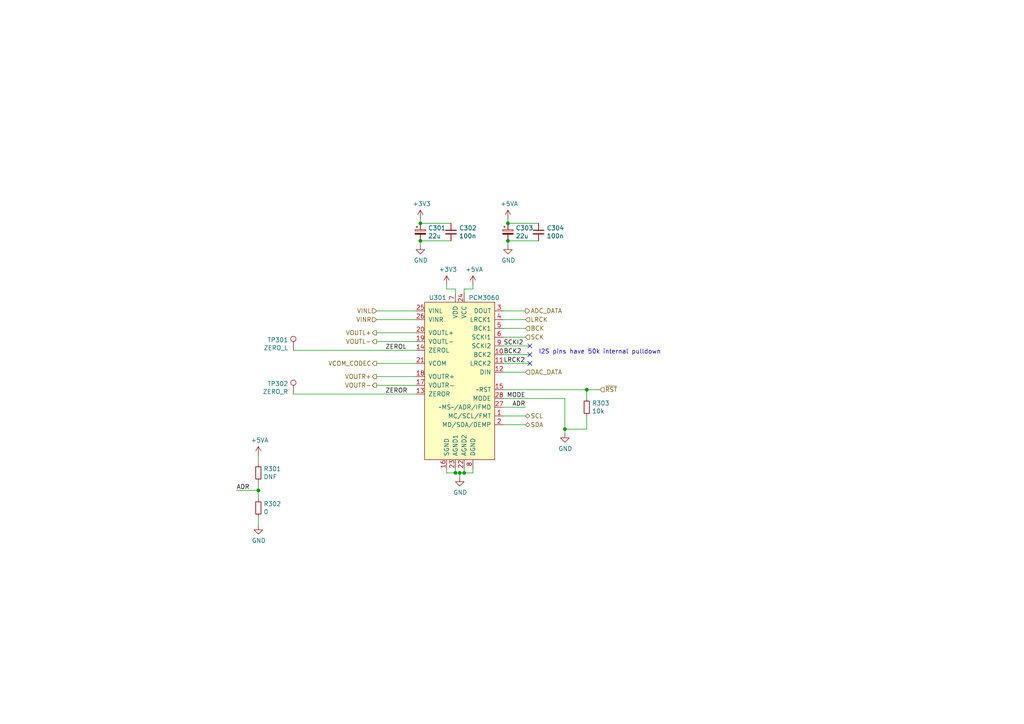
<source format=kicad_sch>
(kicad_sch (version 20210621) (generator eeschema)
  (paper "A4")
  (lib_symbols
    (symbol "Connector:TestPoint" (pin_numbers hide) (pin_names (offset 0.762) hide)
      (property "Reference" "TP" (at 0 6.858 0))
      (property "Value" "TestPoint" (at 0 5.08 0))
      (symbol "TestPoint_0_1"
        (circle (center 0 3.302) (radius 0.762))
      )
      (symbol "TestPoint_1_1"
        (pin passive line (at 0 0 90) (length 2.54) (name "1") (number "1"))
      )
    )
    (symbol "Device:CP_Small" (pin_numbers hide) (pin_names (offset 0.254) hide)
      (property "Reference" "C" (at 0.254 1.778 0))
      (property "Value" "CP_Small" (at 0.254 -2.032 0))
      (symbol "CP_Small_0_1"
        (rectangle (start -1.524 0.6858) (end 1.524 0.3048))
        (rectangle (start -1.524 -0.3048) (end 1.524 -0.6858) (fill (type outline)))
        (polyline (pts (xy -1.27 1.524) (xy -0.762 1.524)))
        (polyline (pts (xy -1.016 1.27) (xy -1.016 1.778)))
      )
      (symbol "CP_Small_1_1"
        (pin passive line (at 0 2.54 270) (length 1.8542) (name "~") (number "1"))
        (pin passive line (at 0 -2.54 90) (length 1.8542) (name "~") (number "2"))
      )
    )
    (symbol "Device:C_Small" (pin_numbers hide) (pin_names (offset 0.254) hide)
      (property "Reference" "C" (at 0.254 1.778 0))
      (property "Value" "C_Small" (at 0.254 -2.032 0))
      (symbol "C_Small_0_1"
        (polyline (pts (xy -1.524 -0.508) (xy 1.524 -0.508)) (stroke (width 0.3302)))
        (polyline (pts (xy -1.524 0.508) (xy 1.524 0.508)) (stroke (width 0.3048)))
      )
      (symbol "C_Small_1_1"
        (pin passive line (at 0 2.54 270) (length 2.032) (name "~") (number "1"))
        (pin passive line (at 0 -2.54 90) (length 2.032) (name "~") (number "2"))
      )
    )
    (symbol "Device:R_Small" (pin_numbers hide) (pin_names (offset 0.254) hide)
      (property "Reference" "R" (at 0.762 0.508 0))
      (property "Value" "R_Small" (at 0.762 -1.016 0))
      (symbol "R_Small_0_1"
        (rectangle (start -0.762 1.778) (end 0.762 -1.778) (stroke (width 0.2032)))
      )
      (symbol "R_Small_1_1"
        (pin passive line (at 0 2.54 270) (length 0.762) (name "~") (number "1"))
        (pin passive line (at 0 -2.54 90) (length 0.762) (name "~") (number "2"))
      )
    )
    (symbol "power:+3V3" (power) (pin_names (offset 0))
      (property "Value" "+3V3" (at 0 3.556 0))
      (symbol "+3V3_0_1"
        (polyline (pts (xy -0.762 1.27) (xy 0 2.54)))
        (polyline (pts (xy 0 0) (xy 0 2.54)))
        (polyline (pts (xy 0 2.54) (xy 0.762 1.27)))
      )
      (symbol "+3V3_1_1"
        (pin power_in line (at 0 0 90) (length 0) hide (name "+3V3") (number "1"))
      )
    )
    (symbol "power:+5VA" (power) (pin_names (offset 0))
      (property "Value" "+5VA" (at 0 3.556 0))
      (symbol "+5VA_0_1"
        (polyline (pts (xy -0.762 1.27) (xy 0 2.54)))
        (polyline (pts (xy 0 0) (xy 0 2.54)))
        (polyline (pts (xy 0 2.54) (xy 0.762 1.27)))
      )
      (symbol "+5VA_1_1"
        (pin power_in line (at 0 0 90) (length 0) hide (name "+5VA") (number "1"))
      )
    )
    (symbol "power:GND" (power) (pin_names (offset 0))
      (property "Value" "GND" (at 0 -3.81 0))
      (symbol "GND_0_1"
        (polyline (pts (xy 0 0) (xy 0 -1.27) (xy 1.27 -1.27) (xy 0 -2.54) (xy -1.27 -1.27) (xy 0 -1.27)))
      )
      (symbol "GND_1_1"
        (pin power_in line (at 0 0 270) (length 0) hide (name "GND") (number "1"))
      )
    )
    (symbol "symbols:PCM3060" (pin_names (offset 1.016))
      (property "Reference" "U" (at -10.16 36.83 0))
      (property "Value" "PCM3060" (at 2.54 36.83 0))
      (symbol "PCM3060_0_0"
        (pin input line (at 12.7 2.54 180) (length 2.54) (name "MC/SCL/FMT") (number "1"))
        (pin bidirectional line (at 12.7 20.32 180) (length 2.54) (name "BCK2") (number "10"))
        (pin bidirectional line (at 12.7 17.78 180) (length 2.54) (name "LRCK2") (number "11"))
        (pin input line (at 12.7 15.24 180) (length 2.54) (name "DIN") (number "12"))
        (pin output line (at -12.7 8.89 0) (length 2.54) (name "ZEROR") (number "13"))
        (pin output line (at -12.7 21.59 0) (length 2.54) (name "ZEROL") (number "14"))
        (pin input line (at 12.7 10.16 180) (length 2.54) (name "~RST") (number "15"))
        (pin power_in line (at -3.81 -12.7 90) (length 2.54) (name "SGND") (number "16"))
        (pin output line (at -12.7 11.43 0) (length 2.54) (name "VOUTR-") (number "17"))
        (pin output line (at -12.7 13.97 0) (length 2.54) (name "VOUTR+") (number "18"))
        (pin output line (at -12.7 24.13 0) (length 2.54) (name "VOUTL-") (number "19"))
        (pin bidirectional line (at 12.7 0 180) (length 2.54) (name "MD/SDA/DEMP") (number "2"))
        (pin output line (at -12.7 26.67 0) (length 2.54) (name "VOUTL+") (number "20"))
        (pin output line (at -12.7 17.78 0) (length 2.54) (name "VCOM") (number "21"))
        (pin power_in line (at 1.27 -12.7 90) (length 2.54) (name "AGND2") (number "22"))
        (pin power_in line (at -1.27 -12.7 90) (length 2.54) (name "AGND1") (number "23"))
        (pin power_in line (at 1.27 38.1 270) (length 2.54) (name "VCC") (number "24"))
        (pin input line (at -12.7 33.02 0) (length 2.54) (name "VINL") (number "25"))
        (pin input line (at -12.7 30.48 0) (length 2.54) (name "VINR") (number "26"))
        (pin input line (at 12.7 5.08 180) (length 2.54) (name "~MS~/ADR/IFMD") (number "27"))
        (pin input line (at 12.7 7.62 180) (length 2.54) (name "MODE") (number "28"))
        (pin output line (at 12.7 33.02 180) (length 2.54) (name "DOUT") (number "3"))
        (pin bidirectional line (at 12.7 30.48 180) (length 2.54) (name "LRCK1") (number "4"))
        (pin bidirectional line (at 12.7 27.94 180) (length 2.54) (name "BCK1") (number "5"))
        (pin input line (at 12.7 25.4 180) (length 2.54) (name "SCKI1") (number "6"))
        (pin power_in line (at -1.27 38.1 270) (length 2.54) (name "VDD") (number "7"))
        (pin power_in line (at 3.81 -12.7 90) (length 2.54) (name "DGND") (number "8"))
        (pin input line (at 12.7 22.86 180) (length 2.54) (name "SCKI2") (number "9"))
      )
      (symbol "PCM3060_0_1"
        (rectangle (start -10.16 35.56) (end 10.16 -10.16) (fill (type background)))
      )
    )
  )
  (junction (at 74.93 142.24) (diameter 0.9144))
  (junction (at 121.92 64.77) (diameter 0.9144))
  (junction (at 121.92 69.85) (diameter 0.9144))
  (junction (at 132.08 137.16) (diameter 0.9144))
  (junction (at 133.35 137.16) (diameter 0.9144))
  (junction (at 134.62 137.16) (diameter 0.9144))
  (junction (at 147.32 64.77) (diameter 0.9144))
  (junction (at 147.32 69.85) (diameter 0.9144))
  (junction (at 163.83 124.46) (diameter 0.9144))
  (junction (at 170.18 113.03) (diameter 0.9144))
  (no_connect (at 153.67 100.33))
  (no_connect (at 153.67 102.87))
  (no_connect (at 153.67 105.41))
  (wire (pts (xy 68.58 142.24) (xy 74.93 142.24)))
  (wire (pts (xy 74.93 134.62) (xy 74.93 132.08)))
  (wire (pts (xy 74.93 142.24) (xy 74.93 139.7)))
  (wire (pts (xy 74.93 142.24) (xy 74.93 144.78)))
  (wire (pts (xy 74.93 149.86) (xy 74.93 152.4)))
  (wire (pts (xy 85.09 101.6) (xy 120.65 101.6)))
  (wire (pts (xy 85.09 114.3) (xy 120.65 114.3)))
  (wire (pts (xy 109.22 90.17) (xy 120.65 90.17)))
  (wire (pts (xy 109.22 92.71) (xy 120.65 92.71)))
  (wire (pts (xy 109.22 96.52) (xy 120.65 96.52)))
  (wire (pts (xy 109.22 99.06) (xy 120.65 99.06)))
  (wire (pts (xy 109.22 105.41) (xy 120.65 105.41)))
  (wire (pts (xy 109.22 109.22) (xy 120.65 109.22)))
  (wire (pts (xy 109.22 111.76) (xy 120.65 111.76)))
  (wire (pts (xy 121.92 63.5) (xy 121.92 64.77)))
  (wire (pts (xy 121.92 64.77) (xy 130.81 64.77)))
  (wire (pts (xy 121.92 69.85) (xy 130.81 69.85)))
  (wire (pts (xy 121.92 71.12) (xy 121.92 69.85)))
  (wire (pts (xy 129.54 83.82) (xy 129.54 82.55)))
  (wire (pts (xy 129.54 135.89) (xy 129.54 137.16)))
  (wire (pts (xy 129.54 137.16) (xy 132.08 137.16)))
  (wire (pts (xy 132.08 83.82) (xy 129.54 83.82)))
  (wire (pts (xy 132.08 85.09) (xy 132.08 83.82)))
  (wire (pts (xy 132.08 135.89) (xy 132.08 137.16)))
  (wire (pts (xy 132.08 137.16) (xy 133.35 137.16)))
  (wire (pts (xy 133.35 137.16) (xy 134.62 137.16)))
  (wire (pts (xy 133.35 138.43) (xy 133.35 137.16)))
  (wire (pts (xy 134.62 83.82) (xy 137.16 83.82)))
  (wire (pts (xy 134.62 85.09) (xy 134.62 83.82)))
  (wire (pts (xy 134.62 135.89) (xy 134.62 137.16)))
  (wire (pts (xy 134.62 137.16) (xy 137.16 137.16)))
  (wire (pts (xy 137.16 83.82) (xy 137.16 82.55)))
  (wire (pts (xy 137.16 137.16) (xy 137.16 135.89)))
  (wire (pts (xy 146.05 90.17) (xy 152.4 90.17)))
  (wire (pts (xy 146.05 92.71) (xy 152.4 92.71)))
  (wire (pts (xy 146.05 95.25) (xy 152.4 95.25)))
  (wire (pts (xy 146.05 97.79) (xy 152.4 97.79)))
  (wire (pts (xy 146.05 100.33) (xy 153.67 100.33)))
  (wire (pts (xy 146.05 102.87) (xy 153.67 102.87)))
  (wire (pts (xy 146.05 105.41) (xy 153.67 105.41)))
  (wire (pts (xy 146.05 113.03) (xy 170.18 113.03)))
  (wire (pts (xy 146.05 115.57) (xy 163.83 115.57)))
  (wire (pts (xy 146.05 123.19) (xy 152.4 123.19)))
  (wire (pts (xy 147.32 64.77) (xy 147.32 63.5)))
  (wire (pts (xy 147.32 64.77) (xy 156.21 64.77)))
  (wire (pts (xy 147.32 69.85) (xy 156.21 69.85)))
  (wire (pts (xy 147.32 71.12) (xy 147.32 69.85)))
  (wire (pts (xy 152.4 107.95) (xy 146.05 107.95)))
  (wire (pts (xy 152.4 118.11) (xy 146.05 118.11)))
  (wire (pts (xy 152.4 120.65) (xy 146.05 120.65)))
  (wire (pts (xy 163.83 115.57) (xy 163.83 124.46)))
  (wire (pts (xy 163.83 124.46) (xy 163.83 125.73)))
  (wire (pts (xy 163.83 124.46) (xy 170.18 124.46)))
  (wire (pts (xy 170.18 113.03) (xy 170.18 115.57)))
  (wire (pts (xy 170.18 113.03) (xy 173.99 113.03)))
  (wire (pts (xy 170.18 120.65) (xy 170.18 124.46)))
  (text "I2S pins have 50k internal pulldown" (at 156.21 102.87 0) (effects (font (size 1.27 1.27)) (justify left bottom)))
  (label "ADR" (at 68.58 142.24 0))
  (label "ZEROL" (at 111.76 101.6 0))
  (label "ZEROR" (at 111.76 114.3 0))
  (label "SCKI2" (at 146.05 100.33 0))
  (label "BCK2" (at 146.05 102.87 0))
  (label "LRCK2" (at 146.05 105.41 0))
  (label "MODE" (at 152.4 115.57 180))
  (label "ADR" (at 152.4 118.11 180))
  (hierarchical_label "VINL" (shape input) (at 109.22 90.17 180))
  (hierarchical_label "VINR" (shape input) (at 109.22 92.71 180))
  (hierarchical_label "VOUTL+" (shape output) (at 109.22 96.52 180))
  (hierarchical_label "VOUTL-" (shape output) (at 109.22 99.06 180))
  (hierarchical_label "VCOM_CODEC" (shape output) (at 109.22 105.41 180))
  (hierarchical_label "VOUTR+" (shape output) (at 109.22 109.22 180))
  (hierarchical_label "VOUTR-" (shape output) (at 109.22 111.76 180))
  (hierarchical_label "ADC_DATA" (shape output) (at 152.4 90.17 0))
  (hierarchical_label "LRCK" (shape input) (at 152.4 92.71 0))
  (hierarchical_label "BCK" (shape input) (at 152.4 95.25 0))
  (hierarchical_label "SCK" (shape input) (at 152.4 97.79 0))
  (hierarchical_label "DAC_DATA" (shape input) (at 152.4 107.95 0))
  (hierarchical_label "SCL" (shape tri_state) (at 152.4 120.65 0))
  (hierarchical_label "SDA" (shape tri_state) (at 152.4 123.19 0))
  (hierarchical_label "~{RST}" (shape input) (at 173.99 113.03 0))
  (symbol (lib_id "power:+5VA") (at 74.93 132.08 0) (unit 1)
    (property "Reference" "#PWR0301" (effects hide))
    (property "Value" "+5VA" (at 75.311 127.6858 0))
  )
  (symbol (lib_id "power:+3V3") (at 121.92 63.5 0) (unit 1)
    (property "Reference" "#PWR0303" (effects hide))
    (property "Value" "+3V3" (at 122.301 59.1058 0))
  )
  (symbol (lib_id "power:+3V3") (at 129.54 82.55 0) (unit 1)
    (property "Reference" "#PWR0305" (effects hide))
    (property "Value" "+3V3" (at 129.921 78.1558 0))
  )
  (symbol (lib_id "power:+5VA") (at 137.16 82.55 0) (unit 1)
    (property "Reference" "#PWR0307" (effects hide))
    (property "Value" "+5VA" (at 137.541 78.1558 0))
  )
  (symbol (lib_id "power:+5VA") (at 147.32 63.5 0) (unit 1)
    (property "Reference" "#PWR0308" (effects hide))
    (property "Value" "+5VA" (at 147.701 59.1058 0))
  )
  (symbol (lib_id "Connector:TestPoint") (at 85.09 101.6 0) (mirror y) (unit 1) (in_bom no)
    (property "Reference" "TP301" (at 83.6168 98.6028 0) (effects (justify left)))
    (property "Value" "ZERO_L" (at 83.6168 100.9142 0) (effects (justify left)))
    (property "Footprint" "TestPoint:TestPoint_Pad_1.0x1.0mm" (effects hide))
  )
  (symbol (lib_id "Connector:TestPoint") (at 85.09 114.3 0) (mirror y) (unit 1) (in_bom no)
    (property "Reference" "TP302" (at 83.6168 111.3028 0) (effects (justify left)))
    (property "Value" "ZERO_R" (at 83.6168 113.6142 0) (effects (justify left)))
    (property "Footprint" "TestPoint:TestPoint_Pad_1.0x1.0mm" (effects hide))
  )
  (symbol (lib_id "power:GND") (at 74.93 152.4 0) (unit 1)
    (property "Reference" "#PWR0302" (effects hide))
    (property "Value" "GND" (at 75.057 156.7942 0))
  )
  (symbol (lib_id "power:GND") (at 121.92 71.12 0) (unit 1)
    (property "Reference" "#PWR0304" (effects hide))
    (property "Value" "GND" (at 122.047 75.5142 0))
  )
  (symbol (lib_id "power:GND") (at 133.35 138.43 0) (unit 1)
    (property "Reference" "#PWR0306" (effects hide))
    (property "Value" "GND" (at 133.477 142.8242 0))
  )
  (symbol (lib_id "power:GND") (at 147.32 71.12 0) (unit 1)
    (property "Reference" "#PWR0309" (effects hide))
    (property "Value" "GND" (at 147.447 75.5142 0))
  )
  (symbol (lib_id "power:GND") (at 163.83 125.73 0) (unit 1)
    (property "Reference" "#PWR0310" (effects hide))
    (property "Value" "GND" (at 163.957 130.1242 0))
  )
  (symbol (lib_id "Device:R_Small") (at 74.93 137.16 0) (unit 1) (in_bom no)
    (property "Reference" "R301" (at 76.4286 135.9916 0) (effects (justify left)))
    (property "Value" "DNF" (at 76.4286 138.303 0) (effects (justify left)))
    (property "Footprint" "Resistor_SMD:R_0805_2012Metric_Pad1.20x1.40mm_HandSolder" (effects hide))
  )
  (symbol (lib_id "Device:R_Small") (at 74.93 147.32 0) (unit 1)
    (property "Reference" "R302" (at 76.4286 146.1516 0) (effects (justify left)))
    (property "Value" "0" (at 76.4286 148.463 0) (effects (justify left)))
    (property "Footprint" "Resistor_SMD:R_0805_2012Metric_Pad1.20x1.40mm_HandSolder" (effects hide))
    (property "PN" "CR0805-J/-000ELF" (effects hide))
  )
  (symbol (lib_id "Device:R_Small") (at 170.18 118.11 0) (unit 1)
    (property "Reference" "R303" (at 171.6786 116.9416 0) (effects (justify left)))
    (property "Value" "10k" (at 171.6786 119.253 0) (effects (justify left)))
    (property "Footprint" "Resistor_SMD:R_0805_2012Metric_Pad1.20x1.40mm_HandSolder" (effects hide))
    (property "PN" "CR0805-FX-1002ELF" (effects hide))
  )
  (symbol (lib_id "Device:CP_Small") (at 121.92 67.31 0) (unit 1)
    (property "Reference" "C301" (at 124.1552 66.1416 0) (effects (justify left)))
    (property "Value" "22u" (at 124.1552 68.453 0) (effects (justify left)))
    (property "Footprint" "Capacitor_SMD:CP_Elec_4x5.8" (effects hide))
    (property "Datasheet" "https://industrial.panasonic.com/cdbs/www-data/pdf/RDE0000/ABA0000C1181.pdf" (effects hide))
    (property "PN" "EEEFK1A220R" (effects hide))
  )
  (symbol (lib_id "Device:CP_Small") (at 147.32 67.31 0) (unit 1)
    (property "Reference" "C303" (at 149.5552 66.1416 0) (effects (justify left)))
    (property "Value" "22u" (at 149.5552 68.453 0) (effects (justify left)))
    (property "Footprint" "Capacitor_SMD:CP_Elec_4x5.8" (effects hide))
    (property "Datasheet" "https://industrial.panasonic.com/cdbs/www-data/pdf/RDE0000/ABA0000C1181.pdf" (effects hide))
    (property "PN" "EEEFK1A220R" (effects hide))
  )
  (symbol (lib_id "Device:C_Small") (at 130.81 67.31 0) (unit 1)
    (property "Reference" "C302" (at 133.1468 66.1416 0) (effects (justify left)))
    (property "Value" "100n" (at 133.1468 68.453 0) (effects (justify left)))
    (property "Footprint" "Capacitor_SMD:C_0805_2012Metric_Pad1.18x1.45mm_HandSolder" (effects hide))
    (property "Datasheet" "https://www.mouser.co.uk/datasheet/2/212/KEM_C1002_X7R_SMD-1102033.pdf" (effects hide))
    (property "PN" "C0805C104M3RACTU" (effects hide))
  )
  (symbol (lib_id "Device:C_Small") (at 156.21 67.31 0) (unit 1)
    (property "Reference" "C304" (at 158.5468 66.1416 0) (effects (justify left)))
    (property "Value" "100n" (at 158.5468 68.453 0) (effects (justify left)))
    (property "Footprint" "Capacitor_SMD:C_0805_2012Metric_Pad1.18x1.45mm_HandSolder" (effects hide))
    (property "Datasheet" "https://www.mouser.co.uk/datasheet/2/212/KEM_C1002_X7R_SMD-1102033.pdf" (effects hide))
    (property "PN" "C0805C104M3RACTU" (effects hide))
  )
  (symbol (lib_id "symbols:PCM3060") (at 133.35 123.19 0) (unit 1)
    (property "Reference" "U301" (at 129.54 86.36 0) (effects (justify right)))
    (property "Value" "PCM3060" (at 135.89 86.36 0) (effects (justify left)))
    (property "Footprint" "Package_SO:TSSOP-28_4.4x9.7mm_P0.65mm" (effects hide))
    (property "Datasheet" "https://www.ti.com/lit/ds/symlink/pcm3060.pdf" (effects hide))
    (property "PN" "PCM3060PW" (effects hide))
  )
)
</source>
